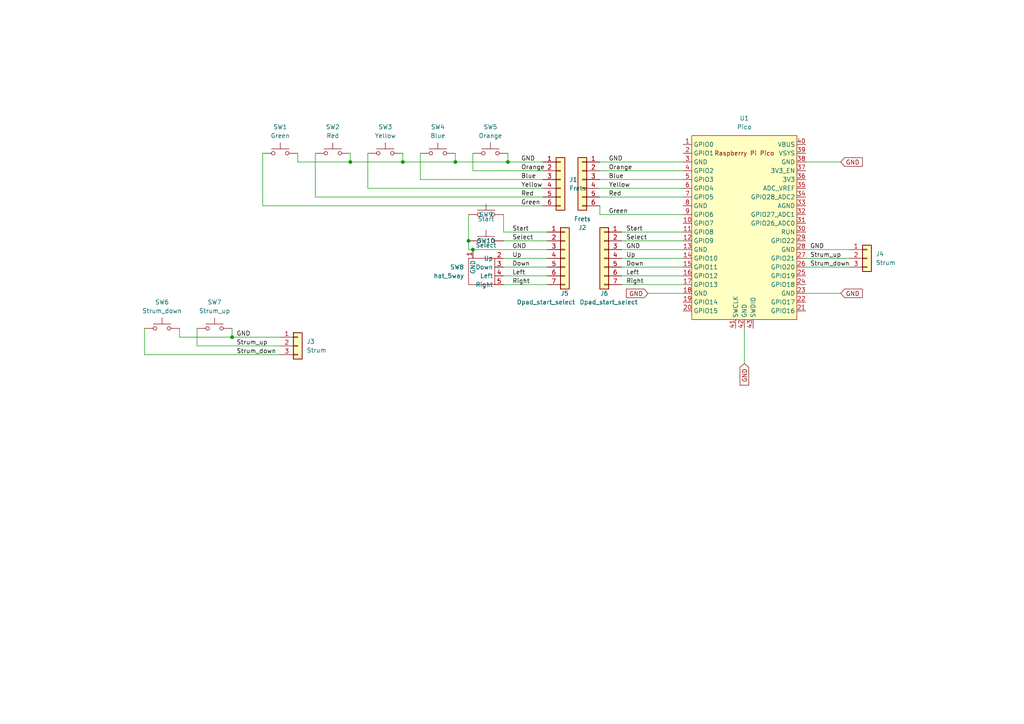
<source format=kicad_sch>
(kicad_sch (version 20211123) (generator eeschema)
  (paper "A4")
  (lib_symbols
    (symbol "00Curtis_custom:hat_5way"
      (property "Reference" "SW" (at 0 5.08 0))
      (property "Value" "hat_5way" (at 0 -5.08 0))
      (symbol "hat_5way_0_1"
        (rectangle (start -3.81 3.81) (end 3.81 -3.81))
      )
      (symbol "hat_5way_1_1"
        (pin output line (at -2.54 6.35 270) (length 2.54) (name "GND") (number "1"))
        (pin input line (at 6.35 3.81 180) (length 2.54) (name "Up") (number "2"))
        (pin input line (at 6.35 1.27 180) (length 2.54) (name "Down") (number "3"))
        (pin input line (at 6.35 -1.27 180) (length 2.54) (name "Left") (number "4"))
        (pin input line (at 6.35 -3.81 180) (length 2.54) (name "Right") (number "5"))
      )
    )
    (symbol "Connector_Generic:Conn_01x03" (pin_names (offset 1.016) hide)
      (property "Reference" "J" (at 0 5.08 0))
      (property "Value" "Conn_01x03" (at 0 -5.08 0))
      (symbol "Conn_01x03_1_1"
        (rectangle (start -1.27 -2.413) (end 0 -2.667) (stroke (width 0.1524)))
        (rectangle (start -1.27 0.127) (end 0 -0.127) (stroke (width 0.1524)))
        (rectangle (start -1.27 2.667) (end 0 2.413) (stroke (width 0.1524)))
        (rectangle (start -1.27 3.81) (end 1.27 -3.81) (stroke (width 0.254)) (fill (type background)))
        (pin passive line (at -5.08 2.54 0) (length 3.81) (name "Pin_1") (number "1"))
        (pin passive line (at -5.08 0 0) (length 3.81) (name "Pin_2") (number "2"))
        (pin passive line (at -5.08 -2.54 0) (length 3.81) (name "Pin_3") (number "3"))
      )
    )
    (symbol "Connector_Generic:Conn_01x06" (pin_names (offset 1.016) hide)
      (property "Reference" "J" (at 0 7.62 0))
      (property "Value" "Conn_01x06" (at 0 -10.16 0))
      (symbol "Conn_01x06_1_1"
        (rectangle (start -1.27 -7.493) (end 0 -7.747) (stroke (width 0.1524)))
        (rectangle (start -1.27 -4.953) (end 0 -5.207) (stroke (width 0.1524)))
        (rectangle (start -1.27 -2.413) (end 0 -2.667) (stroke (width 0.1524)))
        (rectangle (start -1.27 0.127) (end 0 -0.127) (stroke (width 0.1524)))
        (rectangle (start -1.27 2.667) (end 0 2.413) (stroke (width 0.1524)))
        (rectangle (start -1.27 5.207) (end 0 4.953) (stroke (width 0.1524)))
        (rectangle (start -1.27 6.35) (end 1.27 -8.89) (stroke (width 0.254)) (fill (type background)))
        (pin passive line (at -5.08 5.08 0) (length 3.81) (name "Pin_1") (number "1"))
        (pin passive line (at -5.08 2.54 0) (length 3.81) (name "Pin_2") (number "2"))
        (pin passive line (at -5.08 0 0) (length 3.81) (name "Pin_3") (number "3"))
        (pin passive line (at -5.08 -2.54 0) (length 3.81) (name "Pin_4") (number "4"))
        (pin passive line (at -5.08 -5.08 0) (length 3.81) (name "Pin_5") (number "5"))
        (pin passive line (at -5.08 -7.62 0) (length 3.81) (name "Pin_6") (number "6"))
      )
    )
    (symbol "Connector_Generic:Conn_01x07" (pin_names (offset 1.016) hide)
      (property "Reference" "J" (at 0 10.16 0))
      (property "Value" "Conn_01x07" (at 0 -10.16 0))
      (symbol "Conn_01x07_1_1"
        (rectangle (start -1.27 -7.493) (end 0 -7.747) (stroke (width 0.1524)))
        (rectangle (start -1.27 -4.953) (end 0 -5.207) (stroke (width 0.1524)))
        (rectangle (start -1.27 -2.413) (end 0 -2.667) (stroke (width 0.1524)))
        (rectangle (start -1.27 0.127) (end 0 -0.127) (stroke (width 0.1524)))
        (rectangle (start -1.27 2.667) (end 0 2.413) (stroke (width 0.1524)))
        (rectangle (start -1.27 5.207) (end 0 4.953) (stroke (width 0.1524)))
        (rectangle (start -1.27 7.747) (end 0 7.493) (stroke (width 0.1524)))
        (rectangle (start -1.27 8.89) (end 1.27 -8.89) (stroke (width 0.254)) (fill (type background)))
        (pin passive line (at -5.08 7.62 0) (length 3.81) (name "Pin_1") (number "1"))
        (pin passive line (at -5.08 5.08 0) (length 3.81) (name "Pin_2") (number "2"))
        (pin passive line (at -5.08 2.54 0) (length 3.81) (name "Pin_3") (number "3"))
        (pin passive line (at -5.08 0 0) (length 3.81) (name "Pin_4") (number "4"))
        (pin passive line (at -5.08 -2.54 0) (length 3.81) (name "Pin_5") (number "5"))
        (pin passive line (at -5.08 -5.08 0) (length 3.81) (name "Pin_6") (number "6"))
        (pin passive line (at -5.08 -7.62 0) (length 3.81) (name "Pin_7") (number "7"))
      )
    )
    (symbol "MCU_RaspberryPi_and_Boards:Pico"
      (property "Reference" "U" (at -13.97 27.94 0))
      (property "Value" "Pico" (at 0 19.05 0))
      (symbol "Pico_0_0"
        (text "Raspberry Pi Pico" (at 0 21.59 0) (effects (font (size 1.27 1.27))))
      )
      (symbol "Pico_0_1"
        (rectangle (start -15.24 26.67) (end 15.24 -26.67) (fill (type background)))
      )
      (symbol "Pico_1_1"
        (pin bidirectional line (at -17.78 24.13 0) (length 2.54) (name "GPIO0") (number "1"))
        (pin bidirectional line (at -17.78 1.27 0) (length 2.54) (name "GPIO7") (number "10"))
        (pin bidirectional line (at -17.78 -1.27 0) (length 2.54) (name "GPIO8") (number "11"))
        (pin bidirectional line (at -17.78 -3.81 0) (length 2.54) (name "GPIO9") (number "12"))
        (pin power_in line (at -17.78 -6.35 0) (length 2.54) (name "GND") (number "13"))
        (pin bidirectional line (at -17.78 -8.89 0) (length 2.54) (name "GPIO10") (number "14"))
        (pin bidirectional line (at -17.78 -11.43 0) (length 2.54) (name "GPIO11") (number "15"))
        (pin bidirectional line (at -17.78 -13.97 0) (length 2.54) (name "GPIO12") (number "16"))
        (pin bidirectional line (at -17.78 -16.51 0) (length 2.54) (name "GPIO13") (number "17"))
        (pin power_in line (at -17.78 -19.05 0) (length 2.54) (name "GND") (number "18"))
        (pin bidirectional line (at -17.78 -21.59 0) (length 2.54) (name "GPIO14") (number "19"))
        (pin bidirectional line (at -17.78 21.59 0) (length 2.54) (name "GPIO1") (number "2"))
        (pin bidirectional line (at -17.78 -24.13 0) (length 2.54) (name "GPIO15") (number "20"))
        (pin bidirectional line (at 17.78 -24.13 180) (length 2.54) (name "GPIO16") (number "21"))
        (pin bidirectional line (at 17.78 -21.59 180) (length 2.54) (name "GPIO17") (number "22"))
        (pin power_in line (at 17.78 -19.05 180) (length 2.54) (name "GND") (number "23"))
        (pin bidirectional line (at 17.78 -16.51 180) (length 2.54) (name "GPIO18") (number "24"))
        (pin bidirectional line (at 17.78 -13.97 180) (length 2.54) (name "GPIO19") (number "25"))
        (pin bidirectional line (at 17.78 -11.43 180) (length 2.54) (name "GPIO20") (number "26"))
        (pin bidirectional line (at 17.78 -8.89 180) (length 2.54) (name "GPIO21") (number "27"))
        (pin power_in line (at 17.78 -6.35 180) (length 2.54) (name "GND") (number "28"))
        (pin bidirectional line (at 17.78 -3.81 180) (length 2.54) (name "GPIO22") (number "29"))
        (pin power_in line (at -17.78 19.05 0) (length 2.54) (name "GND") (number "3"))
        (pin input line (at 17.78 -1.27 180) (length 2.54) (name "RUN") (number "30"))
        (pin bidirectional line (at 17.78 1.27 180) (length 2.54) (name "GPIO26_ADC0") (number "31"))
        (pin bidirectional line (at 17.78 3.81 180) (length 2.54) (name "GPIO27_ADC1") (number "32"))
        (pin power_in line (at 17.78 6.35 180) (length 2.54) (name "AGND") (number "33"))
        (pin bidirectional line (at 17.78 8.89 180) (length 2.54) (name "GPIO28_ADC2") (number "34"))
        (pin power_in line (at 17.78 11.43 180) (length 2.54) (name "ADC_VREF") (number "35"))
        (pin power_in line (at 17.78 13.97 180) (length 2.54) (name "3V3") (number "36"))
        (pin input line (at 17.78 16.51 180) (length 2.54) (name "3V3_EN") (number "37"))
        (pin bidirectional line (at 17.78 19.05 180) (length 2.54) (name "GND") (number "38"))
        (pin power_in line (at 17.78 21.59 180) (length 2.54) (name "VSYS") (number "39"))
        (pin bidirectional line (at -17.78 16.51 0) (length 2.54) (name "GPIO2") (number "4"))
        (pin power_in line (at 17.78 24.13 180) (length 2.54) (name "VBUS") (number "40"))
        (pin input line (at -2.54 -29.21 90) (length 2.54) (name "SWCLK") (number "41"))
        (pin power_in line (at 0 -29.21 90) (length 2.54) (name "GND") (number "42"))
        (pin bidirectional line (at 2.54 -29.21 90) (length 2.54) (name "SWDIO") (number "43"))
        (pin bidirectional line (at -17.78 13.97 0) (length 2.54) (name "GPIO3") (number "5"))
        (pin bidirectional line (at -17.78 11.43 0) (length 2.54) (name "GPIO4") (number "6"))
        (pin bidirectional line (at -17.78 8.89 0) (length 2.54) (name "GPIO5") (number "7"))
        (pin power_in line (at -17.78 6.35 0) (length 2.54) (name "GND") (number "8"))
        (pin bidirectional line (at -17.78 3.81 0) (length 2.54) (name "GPIO6") (number "9"))
      )
    )
    (symbol "Switch:SW_Push" (pin_numbers hide) (pin_names (offset 1.016) hide)
      (property "Reference" "SW" (at 1.27 2.54 0))
      (property "Value" "SW_Push" (at 0 -1.524 0))
      (symbol "SW_Push_0_1"
        (circle (center -2.032 0) (radius 0.508))
        (polyline (pts (xy 0 1.27) (xy 0 3.048)))
        (polyline (pts (xy 2.54 1.27) (xy -2.54 1.27)))
        (circle (center 2.032 0) (radius 0.508))
        (pin passive line (at -5.08 0 0) (length 2.54) (name "1") (number "1"))
        (pin passive line (at 5.08 0 180) (length 2.54) (name "2") (number "2"))
      )
    )
  )
  (junction (at 116.84 46.99))
  (junction (at 147.32 46.99))
  (junction (at 132.08 46.99))
  (junction (at 135.89 69.85))
  (junction (at 137.16 72.39))
  (junction (at 101.6 46.99))
  (junction (at 67.31 97.79))
  (wire (pts (xy 180.34 72.39) (xy 198.12 72.39)))
  (wire (pts (xy 233.68 74.93) (xy 246.38 74.93)))
  (wire (pts (xy 101.6 44.45) (xy 101.6 46.99)))
  (wire (pts (xy 157.48 59.69) (xy 76.2 59.69)))
  (wire (pts (xy 173.99 57.15) (xy 198.12 57.15)))
  (wire (pts (xy 233.68 72.39) (xy 246.38 72.39)))
  (wire (pts (xy 173.99 59.69) (xy 173.99 62.23)))
  (wire (pts (xy 137.16 49.53) (xy 137.16 44.45)))
  (wire (pts (xy 180.34 80.01) (xy 198.12 80.01)))
  (wire (pts (xy 233.68 85.09) (xy 243.84 85.09)))
  (wire (pts (xy 146.05 67.31) (xy 158.75 67.31)))
  (wire (pts (xy 146.05 62.23) (xy 146.05 67.31)))
  (wire (pts (xy 146.05 74.93) (xy 158.75 74.93)))
  (wire (pts (xy 57.15 100.33) (xy 57.15 95.25)))
  (wire (pts (xy 157.48 57.15) (xy 91.44 57.15)))
  (wire (pts (xy 86.36 46.99) (xy 101.6 46.99)))
  (wire (pts (xy 233.68 46.99) (xy 243.84 46.99)))
  (wire (pts (xy 101.6 46.99) (xy 116.84 46.99)))
  (wire (pts (xy 157.48 49.53) (xy 137.16 49.53)))
  (wire (pts (xy 52.07 97.79) (xy 67.31 97.79)))
  (wire (pts (xy 173.99 54.61) (xy 198.12 54.61)))
  (wire (pts (xy 135.89 62.23) (xy 135.89 69.85)))
  (wire (pts (xy 106.68 54.61) (xy 106.68 44.45)))
  (wire (pts (xy 116.84 44.45) (xy 116.84 46.99)))
  (wire (pts (xy 116.84 46.99) (xy 132.08 46.99)))
  (wire (pts (xy 180.34 74.93) (xy 198.12 74.93)))
  (wire (pts (xy 146.05 80.01) (xy 158.75 80.01)))
  (wire (pts (xy 147.32 46.99) (xy 157.48 46.99)))
  (wire (pts (xy 180.34 67.31) (xy 198.12 67.31)))
  (wire (pts (xy 121.92 52.07) (xy 121.92 44.45)))
  (wire (pts (xy 180.34 82.55) (xy 198.12 82.55)))
  (wire (pts (xy 173.99 49.53) (xy 198.12 49.53)))
  (wire (pts (xy 146.05 82.55) (xy 158.75 82.55)))
  (wire (pts (xy 135.89 69.85) (xy 135.89 72.39)))
  (wire (pts (xy 147.32 44.45) (xy 147.32 46.99)))
  (wire (pts (xy 137.16 72.39) (xy 158.75 72.39)))
  (wire (pts (xy 132.08 46.99) (xy 147.32 46.99)))
  (wire (pts (xy 67.31 95.25) (xy 67.31 97.79)))
  (wire (pts (xy 132.08 44.45) (xy 132.08 46.99)))
  (wire (pts (xy 146.05 77.47) (xy 158.75 77.47)))
  (wire (pts (xy 86.36 44.45) (xy 86.36 46.99)))
  (wire (pts (xy 180.34 77.47) (xy 198.12 77.47)))
  (wire (pts (xy 135.89 72.39) (xy 137.16 72.39)))
  (wire (pts (xy 91.44 57.15) (xy 91.44 44.45)))
  (wire (pts (xy 173.99 52.07) (xy 198.12 52.07)))
  (wire (pts (xy 41.91 102.87) (xy 41.91 95.25)))
  (wire (pts (xy 233.68 77.47) (xy 246.38 77.47)))
  (wire (pts (xy 180.34 69.85) (xy 198.12 69.85)))
  (wire (pts (xy 198.12 85.09) (xy 187.96 85.09)))
  (wire (pts (xy 173.99 46.99) (xy 198.12 46.99)))
  (wire (pts (xy 81.28 102.87) (xy 41.91 102.87)))
  (wire (pts (xy 157.48 52.07) (xy 121.92 52.07)))
  (wire (pts (xy 67.31 97.79) (xy 81.28 97.79)))
  (wire (pts (xy 157.48 54.61) (xy 106.68 54.61)))
  (wire (pts (xy 81.28 100.33) (xy 57.15 100.33)))
  (wire (pts (xy 215.9 95.25) (xy 215.9 105.41)))
  (wire (pts (xy 52.07 95.25) (xy 52.07 97.79)))
  (wire (pts (xy 146.05 69.85) (xy 158.75 69.85)))
  (wire (pts (xy 76.2 59.69) (xy 76.2 44.45)))
  (wire (pts (xy 173.99 62.23) (xy 198.12 62.23)))
  (label "Select" (at 181.61 69.85 0))
  (label "Right" (at 148.59 82.55 0))
  (label "Left" (at 148.59 80.01 0))
  (label "Red" (at 151.13 57.15 0))
  (label "Yellow" (at 176.53 54.61 0))
  (label "Strum_up" (at 234.95 74.93 0))
  (label "Down" (at 181.61 77.47 0))
  (label "Start" (at 148.59 67.31 0))
  (label "Up" (at 181.61 74.93 0))
  (label "Down" (at 148.59 77.47 0))
  (label "GND" (at 176.53 46.99 0))
  (label "Orange" (at 151.13 49.53 0))
  (label "Right" (at 181.61 82.55 0))
  (label "Blue" (at 151.13 52.07 0))
  (label "Red" (at 176.53 57.15 0))
  (label "Orange" (at 176.53 49.53 0))
  (label "Select" (at 148.59 69.85 0))
  (label "Strum_down" (at 68.58 102.87 0))
  (label "Left" (at 181.61 80.01 0))
  (label "Green" (at 151.13 59.69 0))
  (label "Yellow" (at 151.13 54.61 0))
  (label "GND" (at 234.95 72.39 0))
  (label "Blue" (at 176.53 52.07 0))
  (label "Strum_down" (at 234.95 77.47 0))
  (label "GND" (at 181.61 72.39 0))
  (label "GND" (at 148.59 72.39 0))
  (label "GND" (at 68.58 97.79 0))
  (label "Green" (at 176.53 62.23 0))
  (label "Start" (at 181.61 67.31 0))
  (label "GND" (at 151.13 46.99 0))
  (label "Strum_up" (at 68.58 100.33 0))
  (label "Up" (at 148.59 74.93 0))
  (global_label "GND" (shape input) (at 243.84 85.09 0) (property "Intersheet References" "${INTERSHEET_REFS}" (effects hide)))
  (global_label "GND" (shape input) (at 243.84 46.99 0) (property "Intersheet References" "${INTERSHEET_REFS}" (effects hide)))
  (global_label "GND" (shape input) (at 215.9 105.41 270) (property "Intersheet References" "${INTERSHEET_REFS}" (effects hide)))
  (global_label "GND" (shape input) (at 187.96 85.09 180) (property "Intersheet References" "${INTERSHEET_REFS}" (effects hide)))
  (symbol (lib_id "Switch:SW_Push") (at 140.97 62.23 0) (unit 1)
    (property "Reference" "SW9" (at 140.97 62.23 0))
    (property "Value" "Start" (at 140.97 63.5 0))
    (property "Footprint" "curtis_custom:button_trace" (effects hide))
  )
  (symbol (lib_id "Switch:SW_Push") (at 142.24 44.45 0) (unit 1)
    (property "Reference" "SW5" (at 142.24 36.83 0))
    (property "Value" "Orange" (at 142.24 39.37 0))
    (property "Footprint" "Switch_Keyboard_Kailh:SW_Kailh_Choc_V1" (effects hide))
  )
  (symbol (lib_id "Switch:SW_Push") (at 111.76 44.45 0) (unit 1)
    (property "Reference" "SW3" (at 111.76 36.83 0))
    (property "Value" "Yellow" (at 111.76 39.37 0))
    (property "Footprint" "Switch_Keyboard_Kailh:SW_Kailh_Choc_V1" (effects hide))
  )
  (symbol (lib_id "Switch:SW_Push") (at 81.28 44.45 0) (unit 1)
    (property "Reference" "SW1" (at 81.28 36.83 0))
    (property "Value" "Green" (at 81.28 39.37 0))
    (property "Footprint" "Switch_Keyboard_Kailh:SW_Kailh_Choc_V1" (effects hide))
  )
  (symbol (lib_id "Switch:SW_Push") (at 127 44.45 0) (unit 1)
    (property "Reference" "SW4" (at 127 36.83 0))
    (property "Value" "Blue" (at 127 39.37 0))
    (property "Footprint" "Switch_Keyboard_Kailh:SW_Kailh_Choc_V1" (effects hide))
  )
  (symbol (lib_id "Connector_Generic:Conn_01x06") (at 162.56 52.07 0) (unit 1)
    (property "Reference" "J1" (at 165.1 52.0699 0) (effects (justify left)))
    (property "Value" "Frets" (at 165.1 54.6099 0) (effects (justify left)))
    (property "Footprint" "Connector_PinHeader_2.54mm:PinHeader_1x06_P2.54mm_Vertical" (effects hide))
  )
  (symbol (lib_id "Connector_Generic:Conn_01x07") (at 163.83 74.93 0) (unit 1)
    (property "Reference" "J5" (at 162.56 85.09 0) (effects (justify left)))
    (property "Value" "Dpad_start_select" (at 149.86 87.63 0) (effects (justify left)))
    (property "Footprint" "Connector_PinHeader_2.54mm:PinHeader_1x07_P2.54mm_Vertical" (effects hide))
  )
  (symbol (lib_id "Switch:SW_Push") (at 96.52 44.45 0) (unit 1)
    (property "Reference" "SW2" (at 96.52 36.83 0))
    (property "Value" "Red" (at 96.52 39.37 0))
    (property "Footprint" "Switch_Keyboard_Kailh:SW_Kailh_Choc_V1" (effects hide))
  )
  (symbol (lib_id "Switch:SW_Push") (at 46.99 95.25 0) (unit 1)
    (property "Reference" "SW6" (at 46.99 87.63 0))
    (property "Value" "Strum_down" (at 46.99 90.17 0))
    (property "Footprint" "Switch_Keyboard_Cherry_MX:SW_Cherry_MX_PCB_1.00u" (effects hide))
  )
  (symbol (lib_id "Connector_Generic:Conn_01x03") (at 86.36 100.33 0) (unit 1)
    (property "Reference" "J3" (at 88.9 99.0599 0) (effects (justify left)))
    (property "Value" "Strum" (at 88.9 101.5999 0) (effects (justify left)))
    (property "Footprint" "Connector_PinHeader_2.54mm:PinHeader_1x03_P2.54mm_Vertical" (effects hide))
  )
  (symbol (lib_id "Connector_Generic:Conn_01x03") (at 251.46 74.93 0) (unit 1)
    (property "Reference" "J4" (at 254 73.6599 0) (effects (justify left)))
    (property "Value" "Strum" (at 254 76.1999 0) (effects (justify left)))
    (property "Footprint" "Connector_PinHeader_2.54mm:PinHeader_1x03_P2.54mm_Vertical" (effects hide))
  )
  (symbol (lib_id "Connector_Generic:Conn_01x07") (at 175.26 74.93 0) (mirror y) (unit 1)
    (property "Reference" "J6" (at 175.26 85.09 0))
    (property "Value" "Dpad_start_select" (at 176.53 87.63 0))
    (property "Footprint" "Connector_PinHeader_2.54mm:PinHeader_1x07_P2.54mm_Vertical" (effects hide))
  )
  (symbol (lib_id "Connector_Generic:Conn_01x06") (at 168.91 52.07 0) (mirror y) (unit 1)
    (property "Reference" "J2" (at 168.91 66.04 0))
    (property "Value" "Frets" (at 168.91 63.5 0))
    (property "Footprint" "Connector_PinHeader_2.54mm:PinHeader_1x06_P2.54mm_Vertical" (effects hide))
  )
  (symbol (lib_id "00Curtis_custom:hat_5way") (at 139.7 78.74 0) (unit 1)
    (property "Reference" "SW8" (at 134.62 77.4699 0) (effects (justify right)))
    (property "Value" "hat_5way" (at 134.62 80.0099 0) (effects (justify right)))
    (property "Footprint" "Package_DIP:DIP-6_W10.16mm" (effects hide))
  )
  (symbol (lib_id "Switch:SW_Push") (at 62.23 95.25 0) (unit 1)
    (property "Reference" "SW7" (at 62.23 87.63 0))
    (property "Value" "Strum_up" (at 62.23 90.17 0))
    (property "Footprint" "Switch_Keyboard_Cherry_MX:SW_Cherry_MX_PCB_1.00u" (effects hide))
  )
  (symbol (lib_id "Switch:SW_Push") (at 140.97 69.85 0) (unit 1)
    (property "Reference" "SW10" (at 140.97 69.85 0))
    (property "Value" "Select" (at 140.97 71.12 0))
    (property "Footprint" "curtis_custom:button_trace" (effects hide))
  )
  (symbol (lib_id "MCU_RaspberryPi_and_Boards:Pico") (at 215.9 66.04 0) (unit 1)
    (property "Reference" "U1" (at 215.9 34.29 0))
    (property "Value" "Pico" (at 215.9 36.83 0))
    (property "Footprint" "MCU_RaspberryPi_and_Boards:RPi_Pico_SMD_TH" (effects hide))
  )
)
</source>
